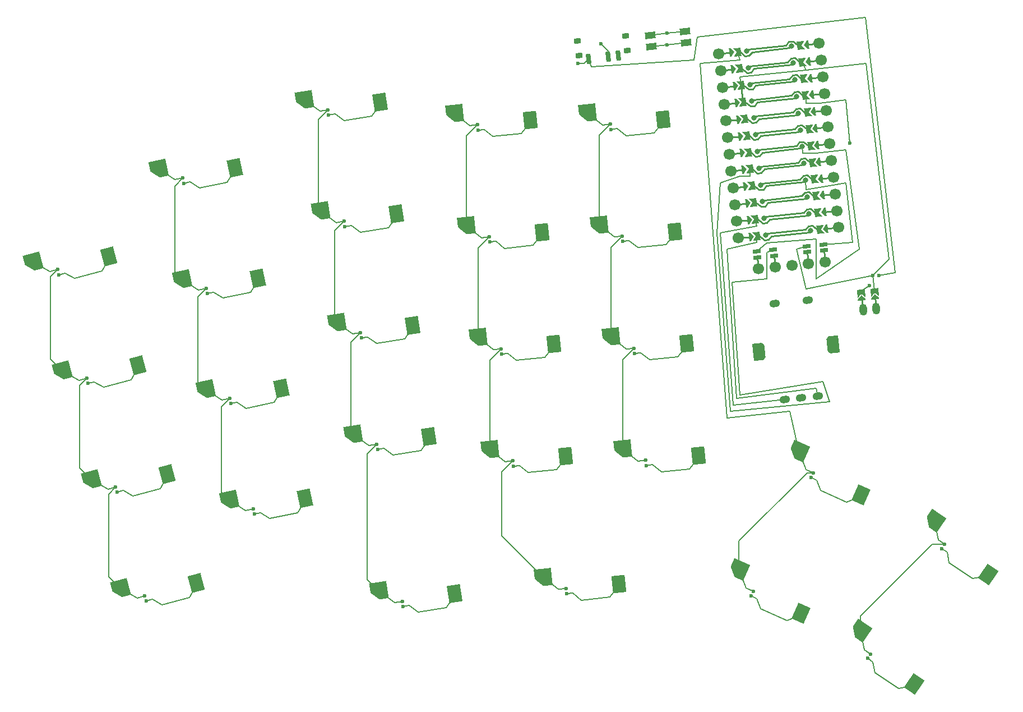
<source format=gbr>
%TF.GenerationSoftware,KiCad,Pcbnew,9.0.2*%
%TF.CreationDate,2025-05-27T05:35:02-06:00*%
%TF.ProjectId,keeb,6b656562-2e6b-4696-9361-645f70636258,v1.0.0*%
%TF.SameCoordinates,Original*%
%TF.FileFunction,Copper,L2,Bot*%
%TF.FilePolarity,Positive*%
%FSLAX46Y46*%
G04 Gerber Fmt 4.6, Leading zero omitted, Abs format (unit mm)*
G04 Created by KiCad (PCBNEW 9.0.2) date 2025-05-27 05:35:02*
%MOMM*%
%LPD*%
G01*
G04 APERTURE LIST*
G04 Aperture macros list*
%AMHorizOval*
0 Thick line with rounded ends*
0 $1 width*
0 $2 $3 position (X,Y) of the first rounded end (center of the circle)*
0 $4 $5 position (X,Y) of the second rounded end (center of the circle)*
0 Add line between two ends*
20,1,$1,$2,$3,$4,$5,0*
0 Add two circle primitives to create the rounded ends*
1,1,$1,$2,$3*
1,1,$1,$4,$5*%
%AMRotRect*
0 Rectangle, with rotation*
0 The origin of the aperture is its center*
0 $1 length*
0 $2 width*
0 $3 Rotation angle, in degrees counterclockwise*
0 Add horizontal line*
21,1,$1,$2,0,0,$3*%
%AMOutline5P*
0 Free polygon, 5 corners , with rotation*
0 The origin of the aperture is its center*
0 number of corners: always 5*
0 $1 to $10 corner X, Y*
0 $11 Rotation angle, in degrees counterclockwise*
0 create outline with 5 corners*
4,1,5,$1,$2,$3,$4,$5,$6,$7,$8,$9,$10,$1,$2,$11*%
%AMOutline6P*
0 Free polygon, 6 corners , with rotation*
0 The origin of the aperture is its center*
0 number of corners: always 6*
0 $1 to $12 corner X, Y*
0 $13 Rotation angle, in degrees counterclockwise*
0 create outline with 6 corners*
4,1,6,$1,$2,$3,$4,$5,$6,$7,$8,$9,$10,$11,$12,$1,$2,$13*%
%AMOutline7P*
0 Free polygon, 7 corners , with rotation*
0 The origin of the aperture is its center*
0 number of corners: always 7*
0 $1 to $14 corner X, Y*
0 $15 Rotation angle, in degrees counterclockwise*
0 create outline with 7 corners*
4,1,7,$1,$2,$3,$4,$5,$6,$7,$8,$9,$10,$11,$12,$13,$14,$1,$2,$15*%
%AMOutline8P*
0 Free polygon, 8 corners , with rotation*
0 The origin of the aperture is its center*
0 number of corners: always 8*
0 $1 to $16 corner X, Y*
0 $17 Rotation angle, in degrees counterclockwise*
0 create outline with 8 corners*
4,1,8,$1,$2,$3,$4,$5,$6,$7,$8,$9,$10,$11,$12,$13,$14,$15,$16,$1,$2,$17*%
%AMFreePoly0*
4,1,6,0.250000,0.000000,-0.250000,-0.625000,-0.500000,-0.625000,-0.500000,0.625000,-0.250000,0.625000,0.250000,0.000000,0.250000,0.000000,$1*%
%AMFreePoly1*
4,1,6,0.500000,-0.625000,-0.650000,-0.625000,-0.150000,0.000000,-0.650000,0.625000,0.500000,0.625000,0.500000,-0.625000,0.500000,-0.625000,$1*%
%AMFreePoly2*
4,1,6,0.600000,-0.200000,0.600000,-0.400000,-0.600000,-0.400000,-0.600000,-0.200000,0.000000,0.400000,0.600000,-0.200000,0.600000,-0.200000,$1*%
%AMFreePoly3*
4,1,6,0.600000,-1.000000,0.000000,-0.400000,-0.600000,-1.000000,-0.600000,0.250000,0.600000,0.250000,0.600000,-1.000000,0.600000,-1.000000,$1*%
G04 Aperture macros list end*
%TA.AperFunction,SMDPad,CuDef*%
%ADD10Outline5P,-1.300000X1.300000X1.300000X1.300000X1.300000X-1.300000X-0.117000X-1.300000X-1.300000X-0.117000X15.000000*%
%TD*%
%TA.AperFunction,SMDPad,CuDef*%
%ADD11RotRect,2.000000X2.600000X15.000000*%
%TD*%
%TA.AperFunction,SMDPad,CuDef*%
%ADD12Outline5P,-1.300000X1.300000X1.300000X1.300000X1.300000X-1.300000X-0.117000X-1.300000X-1.300000X-0.117000X12.000000*%
%TD*%
%TA.AperFunction,SMDPad,CuDef*%
%ADD13RotRect,2.000000X2.600000X12.000000*%
%TD*%
%TA.AperFunction,SMDPad,CuDef*%
%ADD14Outline5P,-1.300000X1.300000X1.300000X1.300000X1.300000X-1.300000X-0.117000X-1.300000X-1.300000X-0.117000X9.000000*%
%TD*%
%TA.AperFunction,SMDPad,CuDef*%
%ADD15RotRect,2.000000X2.600000X9.000000*%
%TD*%
%TA.AperFunction,SMDPad,CuDef*%
%ADD16Outline5P,-1.300000X1.300000X1.300000X1.300000X1.300000X-1.300000X-0.117000X-1.300000X-1.300000X-0.117000X6.000000*%
%TD*%
%TA.AperFunction,SMDPad,CuDef*%
%ADD17RotRect,2.000000X2.600000X6.000000*%
%TD*%
%TA.AperFunction,SMDPad,CuDef*%
%ADD18Outline5P,-1.300000X1.300000X1.300000X1.300000X1.300000X-1.300000X-0.117000X-1.300000X-1.300000X-0.117000X336.000000*%
%TD*%
%TA.AperFunction,SMDPad,CuDef*%
%ADD19RotRect,2.000000X2.600000X336.000000*%
%TD*%
%TA.AperFunction,SMDPad,CuDef*%
%ADD20Outline5P,-1.300000X1.300000X1.300000X1.300000X1.300000X-1.300000X-0.117000X-1.300000X-1.300000X-0.117000X326.000000*%
%TD*%
%TA.AperFunction,SMDPad,CuDef*%
%ADD21RotRect,2.000000X2.600000X326.000000*%
%TD*%
%TA.AperFunction,ComponentPad*%
%ADD22C,1.700000*%
%TD*%
%TA.AperFunction,ComponentPad*%
%ADD23C,0.800000*%
%TD*%
%TA.AperFunction,SMDPad,CuDef*%
%ADD24FreePoly0,6.000000*%
%TD*%
%TA.AperFunction,SMDPad,CuDef*%
%ADD25FreePoly1,6.000000*%
%TD*%
%TA.AperFunction,SMDPad,CuDef*%
%ADD26FreePoly1,186.000000*%
%TD*%
%TA.AperFunction,SMDPad,CuDef*%
%ADD27FreePoly0,186.000000*%
%TD*%
%TA.AperFunction,SMDPad,CuDef*%
%ADD28RotRect,1.550000X1.000000X186.000000*%
%TD*%
%TA.AperFunction,ComponentPad*%
%ADD29HorizOval,1.100000X0.248630X0.026132X-0.248630X-0.026132X0*%
%TD*%
%TA.AperFunction,ComponentPad*%
%ADD30Outline6P,-1.300000X0.540000X-0.940000X0.900000X0.940000X0.900000X1.300000X0.540000X1.300000X-0.900000X-1.300000X-0.900000X276.000000*%
%TD*%
%TA.AperFunction,ComponentPad*%
%ADD31Outline6P,-1.300000X0.900000X1.300000X0.900000X1.300000X-0.540000X0.940000X-0.900000X-0.940000X-0.900000X-1.300000X-0.540000X276.000000*%
%TD*%
%TA.AperFunction,ComponentPad*%
%ADD32HorizOval,1.200000X-0.028745X0.273494X0.028745X-0.273494X0*%
%TD*%
%TA.AperFunction,SMDPad,CuDef*%
%ADD33FreePoly2,6.000000*%
%TD*%
%TA.AperFunction,SMDPad,CuDef*%
%ADD34FreePoly3,6.000000*%
%TD*%
%TA.AperFunction,SMDPad,CuDef*%
%ADD35RotRect,1.000000X0.800000X6.000000*%
%TD*%
%TA.AperFunction,SMDPad,CuDef*%
%ADD36RotRect,0.700000X1.500000X6.000000*%
%TD*%
%TA.AperFunction,SMDPad,CuDef*%
%ADD37RotRect,0.600000X1.200000X276.000000*%
%TD*%
%TA.AperFunction,ComponentPad*%
%ADD38HorizOval,1.700000X0.000000X0.000000X0.000000X0.000000X0*%
%TD*%
%TA.AperFunction,ViaPad*%
%ADD39C,0.600000*%
%TD*%
%TA.AperFunction,Conductor*%
%ADD40C,0.200000*%
%TD*%
%TA.AperFunction,Conductor*%
%ADD41C,0.250000*%
%TD*%
G04 APERTURE END LIST*
D10*
%TO.P,S1,1*%
%TO.N,P21*%
X40896696Y-95679635D03*
D11*
%TO.P,S1,2*%
%TO.N,pinky_bottom*%
X52332763Y-94892957D03*
%TD*%
D10*
%TO.P,S2,1*%
%TO.N,P21*%
X36496772Y-79258896D03*
D11*
%TO.P,S2,2*%
%TO.N,pinky_home*%
X47932839Y-78472218D03*
%TD*%
D10*
%TO.P,S3,1*%
%TO.N,P21*%
X32096849Y-62838157D03*
D11*
%TO.P,S3,2*%
%TO.N,pinky_top*%
X43532916Y-62051479D03*
%TD*%
D10*
%TO.P,S4,1*%
%TO.N,P21*%
X27696925Y-46417418D03*
D11*
%TO.P,S4,2*%
%TO.N,pinky_number*%
X39132992Y-45630740D03*
%TD*%
D12*
%TO.P,S5,1*%
%TO.N,P20*%
X57312197Y-82312263D03*
D13*
%TO.P,S5,2*%
%TO.N,ring_bottom*%
X68773763Y-82125181D03*
%TD*%
D12*
%TO.P,S6,1*%
%TO.N,P20*%
X53777698Y-65683753D03*
D13*
%TO.P,S6,2*%
%TO.N,ring_home*%
X65239264Y-65496671D03*
%TD*%
D12*
%TO.P,S7,1*%
%TO.N,P20*%
X50243200Y-49055244D03*
D13*
%TO.P,S7,2*%
%TO.N,ring_top*%
X61704766Y-48868162D03*
%TD*%
D12*
%TO.P,S8,1*%
%TO.N,P20*%
X46708701Y-32426735D03*
D13*
%TO.P,S8,2*%
%TO.N,ring_number*%
X58170267Y-32239653D03*
%TD*%
D14*
%TO.P,S9,1*%
%TO.N,P19*%
X76066530Y-72400269D03*
D15*
%TO.P,S9,2*%
%TO.N,middle_bottom*%
X87522179Y-72813296D03*
%TD*%
D14*
%TO.P,S10,1*%
%TO.N,P19*%
X73604682Y-55578280D03*
D15*
%TO.P,S10,2*%
%TO.N,middle_home*%
X85060331Y-55991307D03*
%TD*%
D14*
%TO.P,S11,1*%
%TO.N,P19*%
X71142833Y-38756291D03*
D15*
%TO.P,S11,2*%
%TO.N,middle_top*%
X82598482Y-39169318D03*
%TD*%
D14*
%TO.P,S12,1*%
%TO.N,P19*%
X68680985Y-21934302D03*
D15*
%TO.P,S12,2*%
%TO.N,middle_number*%
X80136634Y-22347329D03*
%TD*%
D14*
%TO.P,S13,1*%
%TO.N,P19*%
X79919726Y-96089145D03*
D15*
%TO.P,S13,2*%
%TO.N,middle_additional*%
X91375375Y-96502172D03*
%TD*%
D16*
%TO.P,S14,1*%
%TO.N,P18*%
X96690394Y-74729379D03*
D17*
%TO.P,S14,2*%
%TO.N,index_bottom*%
X108108728Y-75741382D03*
%TD*%
D16*
%TO.P,S15,1*%
%TO.N,P18*%
X94913411Y-57822507D03*
D17*
%TO.P,S15,2*%
%TO.N,index_home*%
X106331745Y-58834510D03*
%TD*%
D16*
%TO.P,S16,1*%
%TO.N,P18*%
X93136427Y-40915635D03*
D17*
%TO.P,S16,2*%
%TO.N,index_top*%
X104554761Y-41927638D03*
%TD*%
D16*
%TO.P,S17,1*%
%TO.N,P18*%
X91359443Y-24008762D03*
D17*
%TO.P,S17,2*%
%TO.N,index_number*%
X102777777Y-25020765D03*
%TD*%
D16*
%TO.P,S18,1*%
%TO.N,P15*%
X116789889Y-74627853D03*
D17*
%TO.P,S18,2*%
%TO.N,inner_bottom*%
X128208223Y-75639856D03*
%TD*%
D16*
%TO.P,S19,1*%
%TO.N,P15*%
X115012906Y-57720981D03*
D17*
%TO.P,S19,2*%
%TO.N,inner_home*%
X126431240Y-58732984D03*
%TD*%
D16*
%TO.P,S20,1*%
%TO.N,P15*%
X113235922Y-40814109D03*
D17*
%TO.P,S20,2*%
%TO.N,inner_top*%
X124654256Y-41826112D03*
%TD*%
D16*
%TO.P,S21,1*%
%TO.N,P15*%
X111458938Y-23907237D03*
D17*
%TO.P,S21,2*%
%TO.N,inner_number*%
X122877272Y-24919240D03*
%TD*%
D16*
%TO.P,S22,1*%
%TO.N,P18*%
X104748095Y-93992646D03*
D17*
%TO.P,S22,2*%
%TO.N,space_top*%
X116166429Y-95004649D03*
%TD*%
D18*
%TO.P,S23,1*%
%TO.N,P1*%
X143389233Y-75009203D03*
D19*
%TO.P,S23,2*%
%TO.N,first_top*%
X152771798Y-81594790D03*
%TD*%
D18*
%TO.P,S24,1*%
%TO.N,P1*%
X134340954Y-92873376D03*
D19*
%TO.P,S24,2*%
%TO.N,first_bottom*%
X143723519Y-99458963D03*
%TD*%
D20*
%TO.P,S25,1*%
%TO.N,P3*%
X163860779Y-85447965D03*
D21*
%TO.P,S25,2*%
%TO.N,second_top*%
X171957227Y-93562768D03*
%TD*%
D20*
%TO.P,S26,1*%
%TO.N,P3*%
X152676921Y-102028717D03*
D21*
%TO.P,S26,2*%
%TO.N,second_bottom*%
X160773369Y-110143520D03*
%TD*%
D22*
%TO.P,MCU1,24*%
%TO.N,MCU1_24*%
X131295221Y-15035179D03*
%TO.P,MCU1,1*%
%TO.N,MCU1_1*%
X146451734Y-13442165D03*
D23*
%TO.P,MCU1,124*%
%TO.N,RAW*%
X135492103Y-14594069D03*
%TO.P,MCU1,101*%
%TO.N,P1*%
X142254852Y-13883275D03*
D24*
%TO.P,MCU1,24*%
%TO.N,MCU1_24*%
X133403607Y-14813578D03*
D25*
%TO.P,MCU1,101*%
%TO.N,P1*%
X134124635Y-14737795D03*
D26*
%TO.P,MCU1,124*%
%TO.N,RAW*%
X143622320Y-13739549D03*
D27*
%TO.P,MCU1,1*%
%TO.N,MCU1_1*%
X144343348Y-13663765D03*
D22*
%TO.P,MCU1,23*%
%TO.N,MCU1_23*%
X131560723Y-17561264D03*
%TO.P,MCU1,2*%
%TO.N,MCU1_2*%
X146717237Y-15968251D03*
D23*
%TO.P,MCU1,123*%
%TO.N,GND*%
X135757605Y-17120154D03*
%TO.P,MCU1,102*%
%TO.N,P0*%
X142520354Y-16409361D03*
D24*
%TO.P,MCU1,23*%
%TO.N,MCU1_23*%
X133669109Y-17339664D03*
D25*
%TO.P,MCU1,102*%
%TO.N,P0*%
X134390138Y-17263881D03*
D26*
%TO.P,MCU1,123*%
%TO.N,GND*%
X143887822Y-16265634D03*
D27*
%TO.P,MCU1,2*%
%TO.N,MCU1_2*%
X144608850Y-16189851D03*
D22*
%TO.P,MCU1,22*%
%TO.N,MCU1_22*%
X131826225Y-20087350D03*
%TO.P,MCU1,3*%
%TO.N,MCU1_3*%
X146982739Y-18494336D03*
D23*
%TO.P,MCU1,122*%
%TO.N,RST*%
X136023108Y-19646240D03*
%TO.P,MCU1,103*%
%TO.N,GND*%
X142785857Y-18935446D03*
D24*
%TO.P,MCU1,22*%
%TO.N,MCU1_22*%
X133934612Y-19865750D03*
D25*
%TO.P,MCU1,103*%
%TO.N,GND*%
X134655640Y-19789967D03*
D26*
%TO.P,MCU1,122*%
%TO.N,RST*%
X144153324Y-18791720D03*
D27*
%TO.P,MCU1,3*%
%TO.N,MCU1_3*%
X144874353Y-18715937D03*
D22*
%TO.P,MCU1,21*%
%TO.N,MCU1_21*%
X132091728Y-22613436D03*
%TO.P,MCU1,4*%
%TO.N,MCU1_4*%
X147248241Y-21020422D03*
D23*
%TO.P,MCU1,121*%
%TO.N,VCC*%
X136288610Y-22172326D03*
%TO.P,MCU1,104*%
%TO.N,GND*%
X143051359Y-21461532D03*
D24*
%TO.P,MCU1,21*%
%TO.N,MCU1_21*%
X134200114Y-22391835D03*
D25*
%TO.P,MCU1,104*%
%TO.N,GND*%
X134921142Y-22316052D03*
D26*
%TO.P,MCU1,121*%
%TO.N,VCC*%
X144418826Y-21317805D03*
D27*
%TO.P,MCU1,4*%
%TO.N,MCU1_4*%
X145139855Y-21242022D03*
D22*
%TO.P,MCU1,20*%
%TO.N,MCU1_20*%
X132357230Y-25139521D03*
%TO.P,MCU1,5*%
%TO.N,MCU1_5*%
X147513744Y-23546507D03*
D23*
%TO.P,MCU1,120*%
%TO.N,P21*%
X136554112Y-24698411D03*
%TO.P,MCU1,105*%
%TO.N,P2*%
X143316861Y-23987618D03*
D24*
%TO.P,MCU1,20*%
%TO.N,MCU1_20*%
X134465616Y-24917921D03*
D25*
%TO.P,MCU1,105*%
%TO.N,P2*%
X135186645Y-24842138D03*
D26*
%TO.P,MCU1,120*%
%TO.N,P21*%
X144684329Y-23843891D03*
D27*
%TO.P,MCU1,5*%
%TO.N,MCU1_5*%
X145405357Y-23768108D03*
D22*
%TO.P,MCU1,19*%
%TO.N,MCU1_19*%
X132622732Y-27665607D03*
%TO.P,MCU1,6*%
%TO.N,MCU1_6*%
X147779246Y-26072593D03*
D23*
%TO.P,MCU1,119*%
%TO.N,P20*%
X136819615Y-27224497D03*
%TO.P,MCU1,106*%
%TO.N,P3*%
X143582363Y-26513703D03*
D24*
%TO.P,MCU1,19*%
%TO.N,MCU1_19*%
X134731119Y-27444007D03*
D25*
%TO.P,MCU1,106*%
%TO.N,P3*%
X135452147Y-27368223D03*
D26*
%TO.P,MCU1,119*%
%TO.N,P20*%
X144949831Y-26369977D03*
D27*
%TO.P,MCU1,6*%
%TO.N,MCU1_6*%
X145670859Y-26294193D03*
D22*
%TO.P,MCU1,18*%
%TO.N,MCU1_18*%
X132888234Y-30191693D03*
%TO.P,MCU1,7*%
%TO.N,MCU1_7*%
X148044748Y-28598679D03*
D23*
%TO.P,MCU1,118*%
%TO.N,P19*%
X137085117Y-29750582D03*
%TO.P,MCU1,107*%
%TO.N,P4*%
X143847866Y-29039789D03*
D24*
%TO.P,MCU1,18*%
%TO.N,MCU1_18*%
X134996621Y-29970092D03*
D25*
%TO.P,MCU1,107*%
%TO.N,P4*%
X135717649Y-29894309D03*
D26*
%TO.P,MCU1,118*%
%TO.N,P19*%
X145215333Y-28896062D03*
D27*
%TO.P,MCU1,7*%
%TO.N,MCU1_7*%
X145936362Y-28820279D03*
D22*
%TO.P,MCU1,17*%
%TO.N,MCU1_17*%
X133153737Y-32717778D03*
%TO.P,MCU1,8*%
%TO.N,MCU1_8*%
X148310250Y-31124764D03*
D23*
%TO.P,MCU1,117*%
%TO.N,P18*%
X137350619Y-32276668D03*
%TO.P,MCU1,108*%
%TO.N,P5*%
X144113368Y-31565874D03*
D24*
%TO.P,MCU1,17*%
%TO.N,MCU1_17*%
X135262123Y-32496178D03*
D25*
%TO.P,MCU1,108*%
%TO.N,P5*%
X135983152Y-32420395D03*
D26*
%TO.P,MCU1,117*%
%TO.N,P18*%
X145480836Y-31422148D03*
D27*
%TO.P,MCU1,8*%
%TO.N,MCU1_8*%
X146201864Y-31346365D03*
D22*
%TO.P,MCU1,16*%
%TO.N,MCU1_16*%
X133419239Y-35243864D03*
%TO.P,MCU1,9*%
%TO.N,MCU1_9*%
X148575753Y-33650850D03*
D23*
%TO.P,MCU1,116*%
%TO.N,P15*%
X137616121Y-34802754D03*
%TO.P,MCU1,109*%
%TO.N,P6*%
X144378870Y-34091960D03*
D24*
%TO.P,MCU1,16*%
%TO.N,MCU1_16*%
X135527625Y-35022263D03*
D25*
%TO.P,MCU1,109*%
%TO.N,P6*%
X136248654Y-34946480D03*
D26*
%TO.P,MCU1,116*%
%TO.N,P15*%
X145746338Y-33948233D03*
D27*
%TO.P,MCU1,9*%
%TO.N,MCU1_9*%
X146467366Y-33872450D03*
D22*
%TO.P,MCU1,15*%
%TO.N,MCU1_15*%
X133684741Y-37769949D03*
%TO.P,MCU1,10*%
%TO.N,MCU1_10*%
X148841255Y-36176936D03*
D23*
%TO.P,MCU1,115*%
%TO.N,P14*%
X137881624Y-37328839D03*
%TO.P,MCU1,110*%
%TO.N,P7*%
X144644373Y-36618046D03*
D24*
%TO.P,MCU1,15*%
%TO.N,MCU1_15*%
X135793128Y-37548349D03*
D25*
%TO.P,MCU1,110*%
%TO.N,P7*%
X136514156Y-37472566D03*
D26*
%TO.P,MCU1,115*%
%TO.N,P14*%
X146011840Y-36474319D03*
D27*
%TO.P,MCU1,10*%
%TO.N,MCU1_10*%
X146732869Y-36398536D03*
D22*
%TO.P,MCU1,14*%
%TO.N,MCU1_14*%
X133950244Y-40296035D03*
%TO.P,MCU1,11*%
%TO.N,MCU1_11*%
X149106757Y-38703021D03*
D23*
%TO.P,MCU1,114*%
%TO.N,P16*%
X138147126Y-39854925D03*
%TO.P,MCU1,111*%
%TO.N,P8*%
X144909875Y-39144131D03*
D24*
%TO.P,MCU1,14*%
%TO.N,MCU1_14*%
X136058630Y-40074435D03*
D25*
%TO.P,MCU1,111*%
%TO.N,P8*%
X136779658Y-39998651D03*
D26*
%TO.P,MCU1,114*%
%TO.N,P16*%
X146277343Y-39000405D03*
D27*
%TO.P,MCU1,11*%
%TO.N,MCU1_11*%
X146998371Y-38924622D03*
D22*
%TO.P,MCU1,13*%
%TO.N,MCU1_13*%
X134215746Y-42822121D03*
%TO.P,MCU1,12*%
%TO.N,MCU1_12*%
X149372260Y-41229107D03*
D23*
%TO.P,MCU1,113*%
%TO.N,P10*%
X138412628Y-42381010D03*
%TO.P,MCU1,112*%
%TO.N,P9*%
X145175377Y-41670217D03*
D24*
%TO.P,MCU1,13*%
%TO.N,MCU1_13*%
X136324132Y-42600520D03*
D25*
%TO.P,MCU1,112*%
%TO.N,P9*%
X137045161Y-42524737D03*
D26*
%TO.P,MCU1,113*%
%TO.N,P10*%
X146542845Y-41526490D03*
D27*
%TO.P,MCU1,12*%
%TO.N,MCU1_12*%
X147263873Y-41450707D03*
%TD*%
D28*
%TO.P,RST1,1*%
%TO.N,RST*%
X120937368Y-12202351D03*
%TO.P,RST1,2*%
%TO.N,GND*%
X121115066Y-13893038D03*
%TO.P,RST1,3*%
%TO.N,RST*%
X126158608Y-11653576D03*
%TO.P,RST1,4*%
%TO.N,GND*%
X126336306Y-13344263D03*
%TD*%
D29*
%TO.P,RE1,A*%
%TO.N,P9*%
X146230557Y-66636179D03*
%TO.P,RE1,B*%
%TO.N,GND*%
X143744252Y-66897500D03*
%TO.P,RE1,C*%
%TO.N,P8*%
X141257948Y-67158821D03*
%TO.P,RE1,S1*%
%TO.N,P1*%
X139742285Y-52738254D03*
%TO.P,RE1,S2*%
%TO.N,P10*%
X144714894Y-52215612D03*
D30*
%TO.P,RE1,*%
%TO.N,*%
X137390966Y-60023945D03*
D31*
X148529612Y-58853227D03*
%TD*%
D32*
%TO.P,JST1,11*%
%TO.N,JST1_1*%
X155062049Y-53461372D03*
%TO.P,JST1,12*%
%TO.N,JST1_2*%
X153073005Y-53670428D03*
D33*
%TO.P,JST1,31*%
%TO.N,JST1_1*%
X154873898Y-51671232D03*
%TO.P,JST1,32*%
%TO.N,JST1_2*%
X152884854Y-51880289D03*
D34*
%TO.P,JST1,1*%
%TO.N,BAT_P*%
X152778653Y-50869855D03*
%TO.P,JST1,2*%
%TO.N,GND*%
X154767697Y-50660798D03*
%TD*%
D35*
%TO.P,PWR1,*%
%TO.N,*%
X110175026Y-15279177D03*
X109944019Y-13081284D03*
X117435036Y-14516119D03*
X117204028Y-12318226D03*
D36*
%TO.P,PWR1,1*%
%TO.N,BAT_P*%
X111635301Y-15779277D03*
%TO.P,PWR1,2*%
%TO.N,RAW*%
X114618866Y-15465691D03*
%TO.P,PWR1,3*%
%TO.N,N/C*%
X116110649Y-15308898D03*
%TD*%
D37*
%TO.P,DISP1,24*%
%TO.N,P6*%
X147087635Y-43791955D03*
%TO.P,DISP1,25*%
%TO.N,GND*%
X144561550Y-44057457D03*
%TO.P,DISP1,26*%
%TO.N,P5*%
X139509378Y-44588462D03*
%TO.P,DISP1,27*%
%TO.N,P4*%
X136983293Y-44853964D03*
%TO.P,DISP1,20*%
%TO.N,DISP1_5*%
X147181711Y-44687025D03*
%TO.P,DISP1,21*%
%TO.N,DISP1_4*%
X144655625Y-44952527D03*
%TO.P,DISP1,22*%
%TO.N,DISP1_2*%
X139603454Y-45483532D03*
%TO.P,DISP1,23*%
%TO.N,DISP1_1*%
X137077368Y-45749034D03*
D38*
%TO.P,DISP1,1*%
X137260293Y-47489447D03*
%TO.P,DISP1,2*%
%TO.N,DISP1_2*%
X139786379Y-47223945D03*
%TO.P,DISP1,3*%
%TO.N,VCC*%
X142312464Y-46958443D03*
%TO.P,DISP1,4*%
%TO.N,DISP1_4*%
X144838550Y-46692940D03*
D22*
%TO.P,DISP1,5*%
%TO.N,DISP1_5*%
X147364636Y-46427438D03*
%TD*%
D39*
%TO.N,VCC*%
X151066667Y-28500000D03*
%TO.N,BAT_P*%
X155500000Y-48500000D03*
%TO.N,GND*%
X154500000Y-48500000D03*
%TO.N,BAT_P*%
X154000000Y-50000000D03*
%TO.N,GND*%
X123500000Y-13642371D03*
%TO.N,RST*%
X123500000Y-11933007D03*
%TO.N,RAW*%
X113500000Y-13500000D03*
%TO.N,BAT_P*%
X110000000Y-16500000D03*
%TO.N,P21*%
X44597152Y-96836298D03*
%TO.N,pinky_bottom*%
X44804208Y-97609039D03*
%TO.N,P21*%
X40197229Y-80415559D03*
%TO.N,pinky_home*%
X40404284Y-81188300D03*
%TO.N,P21*%
X35797305Y-63994820D03*
%TO.N,pinky_top*%
X36004360Y-64767561D03*
%TO.N,P21*%
X31397381Y-47574081D03*
%TO.N,pinky_number*%
X31604436Y-48346822D03*
%TO.N,P20*%
X60947047Y-83661008D03*
%TO.N,ring_bottom*%
X61113377Y-84443526D03*
%TO.N,P20*%
X57412549Y-67032498D03*
%TO.N,ring_home*%
X57578878Y-67815017D03*
%TO.N,P20*%
X53878050Y-50403989D03*
%TO.N,ring_top*%
X54044379Y-51186507D03*
%TO.N,P20*%
X50343551Y-33775480D03*
%TO.N,ring_number*%
X50509881Y-34557998D03*
%TO.N,P19*%
X79625810Y-73937399D03*
%TO.N,middle_bottom*%
X79750958Y-74727550D03*
%TO.N,P19*%
X77163962Y-57115410D03*
%TO.N,middle_home*%
X77289110Y-57905561D03*
%TO.N,P19*%
X74702114Y-40293422D03*
%TO.N,middle_top*%
X74827261Y-41083573D03*
%TO.N,P19*%
X72240265Y-23471433D03*
%TO.N,middle_number*%
X72365413Y-24261584D03*
%TO.N,P19*%
X83479006Y-97626276D03*
%TO.N,middle_additional*%
X83604154Y-98416427D03*
%TO.N,P18*%
X100164351Y-76450682D03*
%TO.N,index_bottom*%
X100247973Y-77246299D03*
%TO.N,P18*%
X98387367Y-59543809D03*
%TO.N,index_home*%
X98470990Y-60339427D03*
%TO.N,P18*%
X96610383Y-42636937D03*
%TO.N,index_top*%
X96694006Y-43432555D03*
%TO.N,P18*%
X94833399Y-25730065D03*
%TO.N,index_number*%
X94917022Y-26525683D03*
%TO.N,P15*%
X120263846Y-76349156D03*
%TO.N,inner_bottom*%
X120347468Y-77144774D03*
%TO.N,P15*%
X118486862Y-59442284D03*
%TO.N,inner_home*%
X118570484Y-60237901D03*
%TO.N,P15*%
X116709878Y-42535412D03*
%TO.N,inner_top*%
X116793501Y-43331029D03*
%TO.N,P15*%
X114932894Y-25628539D03*
%TO.N,inner_number*%
X115016517Y-26424157D03*
%TO.N,P18*%
X108222051Y-95713949D03*
%TO.N,space_top*%
X108305674Y-96509566D03*
%TO.N,P1*%
X145537115Y-78236873D03*
%TO.N,first_top*%
X145211726Y-78967709D03*
%TO.N,P1*%
X136488837Y-96101045D03*
%TO.N,first_bottom*%
X136163448Y-96831882D03*
%TO.N,P3*%
X165415551Y-88999574D03*
%TO.N,second_top*%
X164968197Y-89662805D03*
%TO.N,P3*%
X154231693Y-105580326D03*
%TO.N,second_bottom*%
X153784339Y-106243556D03*
%TD*%
D40*
%TO.N,GND*%
X144500000Y-17500000D02*
X134500000Y-18500000D01*
X134500000Y-18500000D02*
X134655640Y-19789967D01*
D41*
X134921142Y-22316052D02*
X134655640Y-19789967D01*
D40*
%TO.N,P4*%
X150500000Y-29500000D02*
X146000000Y-30000000D01*
X144000000Y-30000000D02*
X143847866Y-29039789D01*
X152500000Y-44500000D02*
X150500000Y-29500000D01*
X146000000Y-43000000D02*
X146000000Y-49000000D01*
X146000000Y-49000000D02*
X152500000Y-44500000D01*
X138502928Y-43527854D02*
X146000000Y-43000000D01*
X146000000Y-30000000D02*
X144000000Y-30000000D01*
X136983293Y-44853964D02*
X138502928Y-43527854D01*
%TO.N,P5*%
X138500000Y-45000000D02*
X138500000Y-49000000D01*
X139509378Y-44588462D02*
X138500000Y-45000000D01*
X138500000Y-49000000D02*
X133313953Y-49500000D01*
%TO.N,VCC*%
X144500000Y-22500000D02*
X144418826Y-21317805D01*
X146500000Y-22500000D02*
X144500000Y-22500000D01*
X150500000Y-22000000D02*
X146500000Y-22500000D01*
X151066667Y-28500000D02*
X150500000Y-22000000D01*
%TO.N,P1*%
X132500000Y-70000000D02*
X128500000Y-16500000D01*
X128500000Y-16500000D02*
X134500000Y-16000000D01*
X142000000Y-69000000D02*
X132500000Y-70000000D01*
X143389233Y-75009203D02*
X142000000Y-69000000D01*
X134500000Y-16000000D02*
X134124635Y-14737795D01*
%TO.N,P5*%
X136000000Y-33500000D02*
X135983152Y-32420395D01*
X134500000Y-33500000D02*
X136000000Y-33500000D01*
X131500000Y-34500000D02*
X134500000Y-33500000D01*
X131000000Y-42000000D02*
X131500000Y-34500000D01*
%TO.N,P6*%
X144497597Y-35477138D02*
X144378870Y-34091960D01*
X147500000Y-35000000D02*
X144497597Y-35477138D01*
X151500000Y-43500000D02*
X150500000Y-34500000D01*
X147087635Y-43791955D02*
X151500000Y-43500000D01*
X150500000Y-34500000D02*
X147500000Y-35000000D01*
%TO.N,P5*%
X133000000Y-69000000D02*
X131000000Y-42000000D01*
X147000000Y-64500000D02*
X148000000Y-67500000D01*
X134500000Y-66500000D02*
X147000000Y-64500000D01*
X133313953Y-49500000D02*
X134500000Y-66500000D01*
X148000000Y-67500000D02*
X133000000Y-69000000D01*
%TO.N,P9*%
X137000000Y-43500000D02*
X137045161Y-42524737D01*
X132500000Y-44500000D02*
X137000000Y-43500000D01*
X134000000Y-67000000D02*
X132500000Y-44500000D01*
X146000000Y-65500000D02*
X134000000Y-67000000D01*
X146230557Y-66636179D02*
X146000000Y-65500000D01*
%TO.N,P8*%
X137000000Y-41000000D02*
X136779658Y-39998651D01*
X131500000Y-42000000D02*
X137000000Y-41000000D01*
X133500000Y-68000000D02*
X131500000Y-42000000D01*
X141257948Y-67158821D02*
X133500000Y-68000000D01*
%TO.N,GND*%
X153500000Y-16500000D02*
X144500000Y-17500000D01*
X157000000Y-46000000D02*
X153500000Y-16500000D01*
X144500000Y-17500000D02*
X143887822Y-16265634D01*
X154500000Y-48500000D02*
X157000000Y-46000000D01*
%TO.N,BAT_P*%
X112000000Y-17000000D02*
X111635301Y-15779277D01*
X127500000Y-16000000D02*
X112000000Y-17000000D01*
X128000000Y-12500000D02*
X127500000Y-16000000D01*
X153447632Y-9551591D02*
X128000000Y-12500000D01*
X157907782Y-48009692D02*
X153447632Y-9551591D01*
X155500000Y-48500000D02*
X157907782Y-48009692D01*
%TO.N,GND*%
X154500000Y-48500000D02*
X144500000Y-50500000D01*
%TO.N,BAT_P*%
X152778653Y-50869855D02*
X154000000Y-50000000D01*
%TO.N,GND*%
X154767697Y-50660798D02*
X154500000Y-48500000D01*
X143000000Y-44500000D02*
X144500000Y-50500000D01*
X144561550Y-44057457D02*
X143000000Y-44500000D01*
%TO.N,RST*%
X120937368Y-12202351D02*
X123500000Y-11933007D01*
%TO.N,GND*%
X123500000Y-13642371D02*
X126336306Y-13344263D01*
%TO.N,RST*%
X123500000Y-11933007D02*
X126158608Y-11653576D01*
%TO.N,GND*%
X121115066Y-13893038D02*
X123500000Y-13642371D01*
%TO.N,RAW*%
X114618866Y-14618866D02*
X113500000Y-13500000D01*
X114618866Y-15465691D02*
X114618866Y-14618866D01*
%TO.N,BAT_P*%
X110000000Y-16500000D02*
X110914578Y-16500000D01*
X110914578Y-16500000D02*
X111635301Y-15779277D01*
%TO.N,P3*%
X163500426Y-88999574D02*
X165415551Y-88999574D01*
X152676921Y-102028717D02*
X152676921Y-99823079D01*
X152676921Y-99823079D02*
X163500426Y-88999574D01*
%TO.N,P1*%
X144600447Y-78236873D02*
X145537115Y-78236873D01*
X134340954Y-92873376D02*
X134340954Y-88496366D01*
X134340954Y-88496366D02*
X144600447Y-78236873D01*
%TO.N,P15*%
X113235922Y-40814109D02*
X113235922Y-27325511D01*
X113235922Y-27325511D02*
X114932894Y-25628539D01*
X115012906Y-44232384D02*
X116709878Y-42535412D01*
X115012906Y-57720981D02*
X115012906Y-44232384D01*
X116789889Y-61139257D02*
X118486862Y-59442284D01*
X116789889Y-74627853D02*
X116789889Y-61139257D01*
%TO.N,P18*%
X93136427Y-27427037D02*
X94833399Y-25730065D01*
X93136427Y-40915635D02*
X93136427Y-27427037D01*
X94913411Y-44333909D02*
X96610383Y-42636937D01*
X94913411Y-57822507D02*
X94913411Y-44333909D01*
X96690394Y-61240782D02*
X98387367Y-59543809D01*
X96690394Y-74729379D02*
X96690394Y-61240782D01*
X98518398Y-78096635D02*
X100164351Y-76450682D01*
X98518398Y-87762949D02*
X98518398Y-78096635D01*
X104748095Y-93992646D02*
X98518398Y-87762949D01*
%TO.N,P19*%
X70795449Y-24916249D02*
X72240265Y-23471433D01*
X71142833Y-38756291D02*
X70795449Y-38408907D01*
X70795449Y-38408907D02*
X70795449Y-24916249D01*
X73257297Y-41738239D02*
X74702114Y-40293422D01*
X73257297Y-55230895D02*
X73257297Y-41738239D01*
X73604682Y-55578280D02*
X73257297Y-55230895D01*
X75719146Y-58560226D02*
X77163962Y-57115410D01*
X75719146Y-72052885D02*
X75719146Y-58560226D01*
X76066530Y-72400269D02*
X75719146Y-72052885D01*
X78180994Y-94350413D02*
X78180994Y-75382215D01*
X78180994Y-75382215D02*
X79625810Y-73937399D01*
X79919726Y-96089145D02*
X78180994Y-94350413D01*
%TO.N,P20*%
X49098209Y-35020822D02*
X50343551Y-33775480D01*
X50243200Y-49055244D02*
X49098209Y-47910253D01*
X49098209Y-47910253D02*
X49098209Y-35020822D01*
X52632708Y-51649331D02*
X53878050Y-50403989D01*
X52632708Y-64538763D02*
X52632708Y-51649331D01*
X53777698Y-65683753D02*
X52632708Y-64538763D01*
X56167206Y-81167272D02*
X56167206Y-68277841D01*
X56167206Y-68277841D02*
X57412549Y-67032498D01*
X57312197Y-82312263D02*
X56167206Y-81167272D01*
%TO.N,P21*%
X39149152Y-93932091D02*
X39149152Y-81463636D01*
X39149152Y-81463636D02*
X40197229Y-80415559D01*
X40896696Y-95679635D02*
X39149152Y-93932091D01*
X34749229Y-77511353D02*
X34749229Y-65042896D01*
X34749229Y-65042896D02*
X35797305Y-63994820D01*
X36496772Y-79258896D02*
X34749229Y-77511353D01*
X30349305Y-48622157D02*
X31397381Y-47574081D01*
X30349305Y-61090613D02*
X30349305Y-48622157D01*
X32096849Y-62838157D02*
X30349305Y-61090613D01*
X43438041Y-97146881D02*
X44597152Y-96836298D01*
X40896696Y-95679635D02*
X43438041Y-97146881D01*
%TO.N,pinky_bottom*%
X47176597Y-98193950D02*
X45732623Y-97360271D01*
X51311565Y-97085989D02*
X47176597Y-98193950D01*
X45732623Y-97360271D02*
X44804208Y-97609039D01*
X52622541Y-94815312D02*
X51311565Y-97085989D01*
%TO.N,P21*%
X39038118Y-80726142D02*
X40197229Y-80415559D01*
X36496772Y-79258896D02*
X39038118Y-80726142D01*
%TO.N,pinky_home*%
X42776673Y-81773211D02*
X41332699Y-80939532D01*
X46911641Y-80665250D02*
X42776673Y-81773211D01*
X41332699Y-80939532D02*
X40404284Y-81188300D01*
X48222617Y-78394573D02*
X46911641Y-80665250D01*
%TO.N,P21*%
X34638194Y-64305403D02*
X35797305Y-63994820D01*
X32096848Y-62838157D02*
X34638194Y-64305403D01*
%TO.N,pinky_top*%
X38376749Y-65352472D02*
X36932775Y-64518793D01*
X42511717Y-64244511D02*
X38376749Y-65352472D01*
X36932775Y-64518793D02*
X36004360Y-64767561D01*
X43822693Y-61973834D02*
X42511717Y-64244511D01*
%TO.N,P21*%
X30238270Y-47884664D02*
X31397381Y-47574081D01*
X27696924Y-46417418D02*
X30238270Y-47884664D01*
%TO.N,pinky_number*%
X33976826Y-48931733D02*
X32532851Y-48098054D01*
X38111794Y-47823772D02*
X33976826Y-48931733D01*
X32532851Y-48098054D02*
X31604436Y-48346822D01*
X39422770Y-45553095D02*
X38111794Y-47823772D01*
%TO.N,P20*%
X59773270Y-83910502D02*
X60947047Y-83661008D01*
X57312197Y-82312262D02*
X59773270Y-83910502D01*
%TO.N,ring_bottom*%
X63451903Y-85151796D02*
X62053539Y-84243688D01*
X67639190Y-84261761D02*
X63451903Y-85151796D01*
X62053539Y-84243688D02*
X61113377Y-84443526D01*
X69067208Y-82062807D02*
X67639190Y-84261761D01*
%TO.N,P20*%
X56238771Y-67281993D02*
X57412549Y-67032498D01*
X53777698Y-65683753D02*
X56238771Y-67281993D01*
%TO.N,ring_home*%
X59917404Y-68523287D02*
X58519040Y-67615179D01*
X64104692Y-67633252D02*
X59917404Y-68523287D01*
X58519040Y-67615179D02*
X57578878Y-67815017D01*
X65532709Y-65434298D02*
X64104692Y-67633252D01*
%TO.N,P20*%
X52704273Y-50653483D02*
X53878050Y-50403989D01*
X50243200Y-49055244D02*
X52704273Y-50653483D01*
%TO.N,ring_top*%
X56382905Y-51894778D02*
X54984541Y-50986670D01*
X60570193Y-51004742D02*
X56382905Y-51894778D01*
X54984541Y-50986670D02*
X54044379Y-51186507D01*
X61998210Y-48805789D02*
X60570193Y-51004742D01*
%TO.N,P20*%
X49169774Y-34024974D02*
X50343551Y-33775480D01*
X46708701Y-32426735D02*
X49169774Y-34024974D01*
%TO.N,ring_number*%
X52848407Y-35266269D02*
X51450043Y-34358161D01*
X57035694Y-34376233D02*
X52848407Y-35266269D01*
X51450043Y-34358161D02*
X50509881Y-34557998D01*
X58463711Y-32177279D02*
X57035694Y-34376233D01*
%TO.N,P19*%
X78440584Y-74125121D02*
X79625810Y-73937399D01*
X76066529Y-72400269D02*
X78440584Y-74125121D01*
%TO.N,middle_bottom*%
X82049211Y-75557239D02*
X80700290Y-74577190D01*
X86277341Y-74887569D02*
X82049211Y-75557239D01*
X80700290Y-74577190D02*
X79750958Y-74727550D01*
X87818486Y-72766365D02*
X86277341Y-74887569D01*
%TO.N,P19*%
X75978736Y-57303132D02*
X77163962Y-57115410D01*
X73604681Y-55578280D02*
X75978736Y-57303132D01*
%TO.N,middle_home*%
X79587363Y-58735250D02*
X78238442Y-57755202D01*
X83815493Y-58065580D02*
X79587363Y-58735250D01*
X78238442Y-57755202D02*
X77289110Y-57905561D01*
X85356637Y-55944376D02*
X83815493Y-58065580D01*
%TO.N,P19*%
X73516888Y-40481143D02*
X74702114Y-40293422D01*
X71142833Y-38756291D02*
X73516888Y-40481143D01*
%TO.N,middle_top*%
X77125515Y-41913261D02*
X75776594Y-40933213D01*
X81353644Y-41243591D02*
X77125515Y-41913261D01*
X75776594Y-40933213D02*
X74827261Y-41083573D01*
X82894789Y-39122388D02*
X81353644Y-41243591D01*
%TO.N,P19*%
X71055039Y-23659154D02*
X72240265Y-23471433D01*
X68680985Y-21934303D02*
X71055039Y-23659154D01*
%TO.N,middle_number*%
X74663666Y-25091273D02*
X73314746Y-24111224D01*
X78891796Y-24421603D02*
X74663666Y-25091273D01*
X73314746Y-24111224D02*
X72365413Y-24261584D01*
X80432941Y-22300399D02*
X78891796Y-24421603D01*
%TO.N,P19*%
X82293780Y-97813997D02*
X83479006Y-97626276D01*
X79919725Y-96089145D02*
X82293780Y-97813997D01*
%TO.N,middle_additional*%
X85902407Y-99246115D02*
X84553486Y-98266067D01*
X90130537Y-98576445D02*
X85902407Y-99246115D01*
X84553486Y-98266067D02*
X83604154Y-98416427D01*
X91671682Y-96455242D02*
X90130537Y-98576445D01*
%TO.N,P18*%
X98970924Y-76576116D02*
X100164351Y-76450682D01*
X96690395Y-74729379D02*
X98970924Y-76576116D01*
%TO.N,index_bottom*%
X102499654Y-78195132D02*
X101203874Y-77145830D01*
X106757038Y-77747663D02*
X102499654Y-78195132D01*
X101203874Y-77145830D02*
X100247973Y-77246299D01*
X108407085Y-75710024D02*
X106757038Y-77747663D01*
%TO.N,P18*%
X97193940Y-59669244D02*
X98387367Y-59543809D01*
X94913411Y-57822507D02*
X97193940Y-59669244D01*
%TO.N,index_home*%
X100722671Y-61288260D02*
X99426890Y-60238958D01*
X104980054Y-60840791D02*
X100722671Y-61288260D01*
X99426890Y-60238958D02*
X98470990Y-60339427D01*
X106630101Y-58803152D02*
X104980054Y-60840791D01*
%TO.N,P18*%
X95416957Y-42762371D02*
X96610383Y-42636937D01*
X93136427Y-40915635D02*
X95416957Y-42762371D01*
%TO.N,index_top*%
X98945687Y-44381388D02*
X97649906Y-43332086D01*
X103203070Y-43933919D02*
X98945687Y-44381388D01*
X97649906Y-43332086D02*
X96694006Y-43432555D01*
X104853118Y-41896279D02*
X103203070Y-43933919D01*
%TO.N,P18*%
X93639973Y-25855499D02*
X94833399Y-25730065D01*
X91359443Y-24008763D02*
X93639973Y-25855499D01*
%TO.N,index_number*%
X97168703Y-27474516D02*
X95872922Y-26425213D01*
X101426086Y-27027047D02*
X97168703Y-27474516D01*
X95872922Y-26425213D02*
X94917022Y-26525683D01*
X103076134Y-24989407D02*
X101426086Y-27027047D01*
%TO.N,P15*%
X119070419Y-76474590D02*
X120263846Y-76349156D01*
X116789890Y-74627854D02*
X119070419Y-76474590D01*
%TO.N,inner_bottom*%
X122599149Y-78093607D02*
X121303369Y-77044304D01*
X126856533Y-77646138D02*
X122599149Y-78093607D01*
X121303369Y-77044304D02*
X120347468Y-77144774D01*
X128506580Y-75608498D02*
X126856533Y-77646138D01*
%TO.N,P15*%
X117293435Y-59567718D02*
X118486862Y-59442284D01*
X115012906Y-57720982D02*
X117293435Y-59567718D01*
%TO.N,inner_home*%
X120822166Y-61186734D02*
X119526385Y-60137432D01*
X125079549Y-60739265D02*
X120822166Y-61186734D01*
X119526385Y-60137432D02*
X118570484Y-60237901D01*
X126729596Y-58701626D02*
X125079549Y-60739265D01*
%TO.N,P15*%
X115516451Y-42660846D02*
X116709878Y-42535412D01*
X113235922Y-40814109D02*
X115516451Y-42660846D01*
%TO.N,inner_top*%
X119045182Y-44279862D02*
X117749401Y-43230560D01*
X123302565Y-43832393D02*
X119045182Y-44279862D01*
X117749401Y-43230560D02*
X116793501Y-43331029D01*
X124952612Y-41794754D02*
X123302565Y-43832393D01*
%TO.N,P15*%
X113739468Y-25753974D02*
X114932894Y-25628539D01*
X111458938Y-23907237D02*
X113739468Y-25753974D01*
%TO.N,inner_number*%
X117268198Y-27372990D02*
X115972417Y-26323688D01*
X121525581Y-26925521D02*
X117268198Y-27372990D01*
X115972417Y-26323688D02*
X115016517Y-26424157D01*
X123175629Y-24887882D02*
X121525581Y-26925521D01*
%TO.N,P18*%
X107028625Y-95839383D02*
X108222051Y-95713949D01*
X104748096Y-93992646D02*
X107028625Y-95839383D01*
%TO.N,space_top*%
X110557355Y-97458399D02*
X109261575Y-96409097D01*
X114814738Y-97010930D02*
X110557355Y-97458399D01*
X109261575Y-96409097D02*
X108305674Y-96509566D01*
X116464786Y-94973291D02*
X114814738Y-97010930D01*
%TO.N,P1*%
X144440861Y-77748789D02*
X145537115Y-78236873D01*
X143389233Y-75009203D02*
X144440861Y-77748789D01*
%TO.N,first_top*%
X146687322Y-80915263D02*
X146089795Y-79358650D01*
X150598059Y-82656435D02*
X146687322Y-80915263D01*
X146089795Y-79358650D02*
X145211726Y-78967709D01*
X153045862Y-81716812D02*
X150598059Y-82656435D01*
%TO.N,P1*%
X135392582Y-95612961D02*
X136488837Y-96101045D01*
X134340954Y-92873376D02*
X135392582Y-95612961D01*
%TO.N,first_bottom*%
X137639044Y-98779435D02*
X137041516Y-97222823D01*
X141549781Y-100520608D02*
X137639044Y-98779435D01*
X137041516Y-97222823D02*
X136163448Y-96831882D01*
X143997584Y-99580984D02*
X141549781Y-100520608D01*
%TO.N,P3*%
X164420706Y-88328543D02*
X165415551Y-88999574D01*
X163860778Y-85447965D02*
X164420706Y-88328543D01*
%TO.N,second_top*%
X166083186Y-91837005D02*
X165765040Y-90200282D01*
X169632159Y-94230817D02*
X166083186Y-91837005D01*
X165765040Y-90200282D02*
X164968197Y-89662805D01*
X172205938Y-93730525D02*
X169632159Y-94230817D01*
%TO.N,P3*%
X153236848Y-104909294D02*
X154231693Y-105580326D01*
X152676920Y-102028716D02*
X153236848Y-104909294D01*
%TO.N,second_bottom*%
X154899328Y-108417757D02*
X154581181Y-106781033D01*
X158448301Y-110811569D02*
X154899328Y-108417757D01*
X154581181Y-106781033D02*
X153784339Y-106243556D01*
X161022080Y-110311277D02*
X158448301Y-110811569D01*
D41*
%TO.N,MCU1_24*%
X131295221Y-15035179D02*
X133403607Y-14813579D01*
%TO.N,MCU1_1*%
X146451735Y-13442165D02*
X144343348Y-13663766D01*
%TO.N,P1*%
X136307093Y-14739677D02*
X142050154Y-14136057D01*
X134124636Y-14737795D02*
X134472415Y-14701242D01*
X135269226Y-15346488D02*
X135866546Y-15283707D01*
X134472415Y-14701242D02*
X135269226Y-15346488D01*
X135866546Y-15283707D02*
X136307093Y-14739677D01*
%TO.N,RAW*%
X143622320Y-13739549D02*
X143274540Y-13776102D01*
X141430962Y-13748658D02*
X135687902Y-14352278D01*
X143274540Y-13776102D02*
X142477729Y-13130857D01*
X142477729Y-13130857D02*
X141880409Y-13193637D01*
X141880409Y-13193637D02*
X141430962Y-13748658D01*
%TO.N,MCU1_23*%
X131560723Y-17561265D02*
X133669109Y-17339664D01*
%TO.N,MCU1_2*%
X146717237Y-15968251D02*
X144608850Y-16189851D01*
%TO.N,P0*%
X136572595Y-17265762D02*
X142315656Y-16662143D01*
X134390138Y-17263881D02*
X134737917Y-17227328D01*
X135534729Y-17872573D02*
X136132049Y-17809792D01*
X134737917Y-17227328D02*
X135534729Y-17872573D01*
X136132049Y-17809792D02*
X136572595Y-17265762D01*
%TO.N,GND*%
X143887822Y-16265634D02*
X143540043Y-16302187D01*
X141696465Y-16274743D02*
X135953404Y-16878363D01*
X143540043Y-16302187D02*
X142743231Y-15656942D01*
X142743231Y-15656942D02*
X142145911Y-15719723D01*
X142145911Y-15719723D02*
X141696465Y-16274743D01*
%TO.N,MCU1_22*%
X131826225Y-20087350D02*
X133934612Y-19865750D01*
%TO.N,MCU1_3*%
X146982739Y-18494336D02*
X144874353Y-18715937D01*
%TO.N,GND*%
X136838097Y-19791848D02*
X142581158Y-19188228D01*
X134655640Y-19789967D02*
X135003419Y-19753414D01*
X135800231Y-20398659D02*
X136397551Y-20335878D01*
X135003419Y-19753414D02*
X135800231Y-20398659D01*
X136397551Y-20335878D02*
X136838097Y-19791848D01*
%TO.N,RST*%
X144153324Y-18791720D02*
X143805545Y-18828273D01*
X141961967Y-18800829D02*
X136218906Y-19404449D01*
X143805545Y-18828273D02*
X143008733Y-18183028D01*
X143008733Y-18183028D02*
X142411414Y-18245809D01*
X142411414Y-18245809D02*
X141961967Y-18800829D01*
%TO.N,MCU1_21*%
X132091728Y-22613436D02*
X134200114Y-22391835D01*
%TO.N,MCU1_4*%
X147248241Y-21020422D02*
X145139855Y-21242022D01*
%TO.N,GND*%
X137103600Y-22317934D02*
X142846660Y-21714314D01*
X134921142Y-22316052D02*
X135268922Y-22279499D01*
X136065733Y-22924744D02*
X136663053Y-22861964D01*
X135268922Y-22279499D02*
X136065733Y-22924744D01*
X136663053Y-22861964D02*
X137103600Y-22317934D01*
%TO.N,VCC*%
X144418827Y-21317806D02*
X144071047Y-21354359D01*
X142227469Y-21326915D02*
X136484409Y-21930535D01*
X144071047Y-21354359D02*
X143274236Y-20709113D01*
X143274236Y-20709113D02*
X142676916Y-20771894D01*
X142676916Y-20771894D02*
X142227469Y-21326915D01*
%TO.N,MCU1_20*%
X132357230Y-25139521D02*
X134465616Y-24917921D01*
%TO.N,MCU1_5*%
X147513744Y-23546508D02*
X145405357Y-23768108D01*
%TO.N,P2*%
X137369102Y-24844019D02*
X143112163Y-24240399D01*
X135186645Y-24842138D02*
X135534424Y-24805585D01*
X136331236Y-25450830D02*
X136928555Y-25388049D01*
X135534424Y-24805585D02*
X136331236Y-25450830D01*
X136928555Y-25388049D02*
X137369102Y-24844019D01*
%TO.N,P21*%
X144684329Y-23843891D02*
X144336550Y-23880444D01*
X142492971Y-23853000D02*
X136749911Y-24456620D01*
X144336550Y-23880444D02*
X143539738Y-23235199D01*
X143539738Y-23235199D02*
X142942418Y-23297980D01*
X142942418Y-23297980D02*
X142492971Y-23853000D01*
%TO.N,MCU1_19*%
X132622732Y-27665607D02*
X134731119Y-27444007D01*
%TO.N,MCU1_6*%
X147779246Y-26072593D02*
X145670859Y-26294194D01*
%TO.N,P3*%
X137634604Y-27370105D02*
X143377665Y-26766485D01*
X135452147Y-27368224D02*
X135799926Y-27331670D01*
X136596738Y-27976916D02*
X137194058Y-27914135D01*
X135799926Y-27331670D02*
X136596738Y-27976916D01*
X137194058Y-27914135D02*
X137634604Y-27370105D01*
%TO.N,P20*%
X144949831Y-26369977D02*
X144602052Y-26406530D01*
X142758474Y-26379086D02*
X137015413Y-26982706D01*
X144602052Y-26406530D02*
X143805240Y-25761285D01*
X143805240Y-25761285D02*
X143207921Y-25824065D01*
X143207921Y-25824065D02*
X142758474Y-26379086D01*
%TO.N,MCU1_18*%
X132888235Y-30191693D02*
X134996621Y-29970092D01*
%TO.N,MCU1_7*%
X148044748Y-28598679D02*
X145936362Y-28820279D01*
%TO.N,P4*%
X137900107Y-29896191D02*
X143643167Y-29292571D01*
X135717649Y-29894309D02*
X136065429Y-29857756D01*
X136862240Y-30503001D02*
X137459560Y-30440220D01*
X136065429Y-29857756D02*
X136862240Y-30503001D01*
X137459560Y-30440220D02*
X137900107Y-29896191D01*
%TO.N,P19*%
X145215333Y-28896062D02*
X144867554Y-28932615D01*
X143023976Y-28905171D02*
X137280916Y-29508791D01*
X144867554Y-28932615D02*
X144070743Y-28287370D01*
X144070743Y-28287370D02*
X143473423Y-28350151D01*
X143473423Y-28350151D02*
X143023976Y-28905171D01*
%TO.N,MCU1_17*%
X133153737Y-32717778D02*
X135262123Y-32496178D01*
%TO.N,MCU1_8*%
X148310251Y-31124764D02*
X146201864Y-31346365D01*
%TO.N,P5*%
X138165609Y-32422276D02*
X143908670Y-31818656D01*
X135983152Y-32420395D02*
X136330931Y-32383842D01*
X137127742Y-33029087D02*
X137725062Y-32966306D01*
X136330931Y-32383842D02*
X137127742Y-33029087D01*
X137725062Y-32966306D02*
X138165609Y-32422276D01*
%TO.N,P18*%
X145480836Y-31422148D02*
X145133056Y-31458701D01*
X143289478Y-31431257D02*
X137546418Y-32034877D01*
X145133056Y-31458701D02*
X144336245Y-30813456D01*
X144336245Y-30813456D02*
X143738925Y-30876237D01*
X143738925Y-30876237D02*
X143289478Y-31431257D01*
%TO.N,MCU1_16*%
X133419239Y-35243864D02*
X135527626Y-35022264D01*
%TO.N,MCU1_9*%
X148575753Y-33650850D02*
X146467366Y-33872450D01*
%TO.N,P6*%
X138431111Y-34948362D02*
X144174172Y-34344742D01*
X136248654Y-34946480D02*
X136596433Y-34909927D01*
X137393245Y-35555173D02*
X137990565Y-35492392D01*
X136596433Y-34909927D02*
X137393245Y-35555173D01*
X137990565Y-35492392D02*
X138431111Y-34948362D01*
%TO.N,P15*%
X145746338Y-33948234D02*
X145398559Y-33984787D01*
X143554981Y-33957343D02*
X137811920Y-34560963D01*
X145398559Y-33984787D02*
X144601747Y-33339541D01*
X144601747Y-33339541D02*
X144004427Y-33402322D01*
X144004427Y-33402322D02*
X143554981Y-33957343D01*
%TO.N,MCU1_15*%
X133684741Y-37769949D02*
X135793128Y-37548349D01*
%TO.N,MCU1_10*%
X148841255Y-36176936D02*
X146732869Y-36398536D01*
%TO.N,P7*%
X138696614Y-37474447D02*
X144439674Y-36870827D01*
X136514156Y-37472566D02*
X136861936Y-37436013D01*
X137658747Y-38081258D02*
X138256067Y-38018477D01*
X136861936Y-37436013D02*
X137658747Y-38081258D01*
X138256067Y-38018477D02*
X138696614Y-37474447D01*
%TO.N,P14*%
X146011840Y-36474319D02*
X145664061Y-36510872D01*
X143820483Y-36483428D02*
X138077422Y-37087048D01*
X145664061Y-36510872D02*
X144867250Y-35865627D01*
X144867250Y-35865627D02*
X144269930Y-35928408D01*
X144269930Y-35928408D02*
X143820483Y-36483428D01*
%TO.N,MCU1_14*%
X133950244Y-40296035D02*
X136058630Y-40074435D01*
%TO.N,MCU1_11*%
X149106757Y-38703021D02*
X146998371Y-38924622D01*
%TO.N,P8*%
X138962116Y-40000533D02*
X144705177Y-39396913D01*
X136779658Y-39998652D02*
X137127438Y-39962099D01*
X137924249Y-40607344D02*
X138521569Y-40544563D01*
X137127438Y-39962099D02*
X137924249Y-40607344D01*
X138521569Y-40544563D02*
X138962116Y-40000533D01*
%TO.N,P16*%
X146277343Y-39000405D02*
X145929563Y-39036958D01*
X144085985Y-39009514D02*
X138342925Y-39613134D01*
X145929563Y-39036958D02*
X145132752Y-38391713D01*
X145132752Y-38391713D02*
X144535432Y-38454493D01*
X144535432Y-38454493D02*
X144085985Y-39009514D01*
%TO.N,MCU1_13*%
X134215746Y-42822121D02*
X136324133Y-42600520D01*
%TO.N,MCU1_12*%
X149372260Y-41229107D02*
X147263873Y-41450707D01*
%TO.N,P9*%
X139227618Y-42526619D02*
X144970679Y-41922999D01*
X137045161Y-42524737D02*
X137392940Y-42488184D01*
X138189752Y-43133429D02*
X138787072Y-43070649D01*
X137392940Y-42488184D02*
X138189752Y-43133429D01*
X138787072Y-43070649D02*
X139227618Y-42526619D01*
%TO.N,P10*%
X146542845Y-41526490D02*
X146195066Y-41563044D01*
X144351488Y-41535600D02*
X138608427Y-42139220D01*
X146195066Y-41563044D02*
X145398254Y-40917798D01*
X145398254Y-40917798D02*
X144800934Y-40980579D01*
X144800934Y-40980579D02*
X144351488Y-41535600D01*
%TO.N,JST1_1*%
X154873898Y-51671232D02*
X155062049Y-53461372D01*
%TO.N,JST1_2*%
X152884854Y-51880289D02*
X153073005Y-53670429D01*
%TO.N,DISP1_1*%
X137260293Y-47489447D02*
X137077368Y-45749034D01*
%TO.N,DISP1_2*%
X139786378Y-47223945D02*
X139603454Y-45483531D01*
%TO.N,DISP1_4*%
X144838550Y-46692940D02*
X144655625Y-44952527D01*
%TO.N,DISP1_5*%
X147364635Y-46427438D02*
X147181711Y-44687024D01*
%TD*%
M02*

</source>
